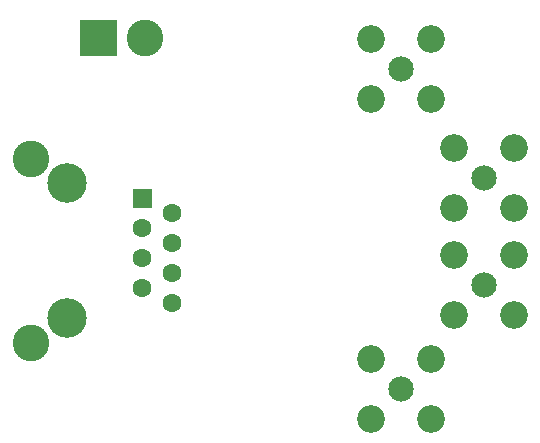
<source format=gbs>
G04 #@! TF.GenerationSoftware,KiCad,Pcbnew,(5.1.12)-1*
G04 #@! TF.CreationDate,2021-12-16T15:17:12+01:00*
G04 #@! TF.ProjectId,rj45_mag_sma,726a3435-5f6d-4616-975f-736d612e6b69,rev?*
G04 #@! TF.SameCoordinates,Original*
G04 #@! TF.FileFunction,Soldermask,Bot*
G04 #@! TF.FilePolarity,Negative*
%FSLAX46Y46*%
G04 Gerber Fmt 4.6, Leading zero omitted, Abs format (unit mm)*
G04 Created by KiCad (PCBNEW (5.1.12)-1) date 2021-12-16 15:17:12*
%MOMM*%
%LPD*%
G01*
G04 APERTURE LIST*
%ADD10C,2.350000*%
%ADD11C,2.150000*%
%ADD12C,3.350000*%
%ADD13C,3.100000*%
%ADD14C,1.600000*%
G04 APERTURE END LIST*
D10*
X136212200Y-94931800D03*
X136212200Y-89851800D03*
X141292200Y-89851800D03*
X141292200Y-94931800D03*
D11*
X138752200Y-92391800D03*
X138752200Y-101408800D03*
D10*
X141292200Y-103948800D03*
X141292200Y-98868800D03*
X136212200Y-98868800D03*
X136212200Y-103948800D03*
D11*
X131775200Y-83108800D03*
D10*
X134315200Y-85648800D03*
X134315200Y-80568800D03*
X129235200Y-80568800D03*
X129235200Y-85648800D03*
X129235200Y-112738800D03*
X129235200Y-107658800D03*
X134315200Y-107658800D03*
X134315200Y-112738800D03*
D11*
X131775200Y-110198800D03*
D12*
X103505000Y-104267000D03*
D13*
X100455000Y-106322000D03*
D12*
X103505000Y-92837000D03*
D14*
X109855000Y-96647000D03*
X109855000Y-99187000D03*
X112395000Y-97917000D03*
X109855000Y-101727000D03*
G36*
G01*
X110605000Y-94907000D02*
X109105000Y-94907000D01*
G75*
G02*
X109055000Y-94857000I0J50000D01*
G01*
X109055000Y-93357000D01*
G75*
G02*
X109105000Y-93307000I50000J0D01*
G01*
X110605000Y-93307000D01*
G75*
G02*
X110655000Y-93357000I0J-50000D01*
G01*
X110655000Y-94857000D01*
G75*
G02*
X110605000Y-94907000I-50000J0D01*
G01*
G37*
X112395000Y-95377000D03*
D13*
X100455000Y-90782000D03*
D14*
X112395000Y-102997000D03*
X112395000Y-100457000D03*
G36*
G01*
X104622000Y-82018000D02*
X104622000Y-79018000D01*
G75*
G02*
X104672000Y-78968000I50000J0D01*
G01*
X107672000Y-78968000D01*
G75*
G02*
X107722000Y-79018000I0J-50000D01*
G01*
X107722000Y-82018000D01*
G75*
G02*
X107672000Y-82068000I-50000J0D01*
G01*
X104672000Y-82068000D01*
G75*
G02*
X104622000Y-82018000I0J50000D01*
G01*
G37*
D13*
X110052000Y-80518000D03*
M02*

</source>
